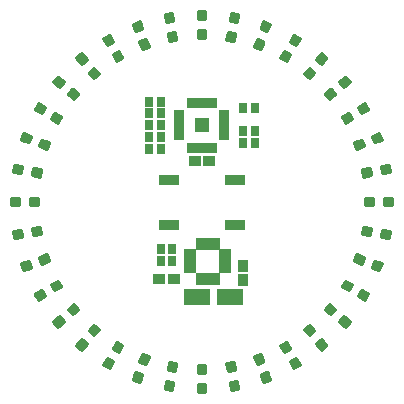
<source format=gbr>
G04 EAGLE Gerber RS-274X export*
G75*
%MOMM*%
%FSLAX34Y34*%
%LPD*%
%INSoldermask Top*%
%IPPOS*%
%AMOC8*
5,1,8,0,0,1.08239X$1,22.5*%
G01*
%ADD10R,1.128200X0.943200*%
%ADD11R,0.803200X0.903200*%
%ADD12R,1.203200X1.203200*%
%ADD13R,0.503200X0.853200*%
%ADD14R,0.853200X0.503200*%
%ADD15C,0.379344*%
%ADD16R,0.976000X0.473200*%
%ADD17R,0.473200X0.976000*%
%ADD18R,2.203200X1.403200*%
%ADD19R,0.943200X1.128200*%
%ADD20R,1.727200X0.965200*%


D10*
X146000Y105000D03*
X134000Y105000D03*
D11*
X145000Y120000D03*
X135000Y120000D03*
D12*
X170000Y235000D03*
D13*
X180000Y254000D03*
D14*
X189000Y245000D03*
X189000Y240000D03*
X189000Y235000D03*
X189000Y230000D03*
X189000Y225000D03*
D13*
X180000Y216000D03*
X175000Y216000D03*
X170000Y216000D03*
X165000Y216000D03*
X160000Y216000D03*
D14*
X151000Y225000D03*
X151000Y230000D03*
X151000Y235000D03*
X151000Y240000D03*
X151000Y245000D03*
D13*
X175000Y254000D03*
X170000Y254000D03*
X165000Y254000D03*
X160000Y254000D03*
D15*
X307413Y191570D02*
X313183Y192587D01*
X307413Y191570D02*
X306503Y196729D01*
X312273Y197746D01*
X313183Y192587D01*
X312727Y195173D02*
X306777Y195173D01*
X323169Y194348D02*
X328939Y195365D01*
X323169Y194348D02*
X322259Y199507D01*
X328029Y200524D01*
X328939Y195365D01*
X328483Y197951D02*
X322533Y197951D01*
D16*
X160218Y127500D03*
X160218Y122500D03*
X160218Y117500D03*
X160218Y112500D03*
D17*
X167500Y105218D03*
X172500Y105218D03*
X177500Y105218D03*
X182500Y105218D03*
D16*
X189782Y112500D03*
X189782Y117500D03*
X189782Y122500D03*
X189782Y127500D03*
D17*
X182500Y134782D03*
X177500Y134782D03*
X172500Y134782D03*
X167500Y134782D03*
D18*
X194000Y90000D03*
X166000Y90000D03*
D19*
X205000Y104000D03*
X205000Y116000D03*
D11*
X145000Y130000D03*
X135000Y130000D03*
X205000Y230000D03*
X215000Y230000D03*
D20*
X142060Y189050D03*
X197940Y189050D03*
X142060Y150950D03*
X197940Y150950D03*
D10*
X176000Y205000D03*
X164000Y205000D03*
D15*
X314823Y225498D02*
X320329Y227503D01*
X322121Y222580D01*
X316615Y220575D01*
X314823Y225498D01*
X315303Y224178D02*
X321539Y224178D01*
X305293Y222031D02*
X299787Y220026D01*
X305293Y222031D02*
X307085Y217108D01*
X301579Y215103D01*
X299787Y220026D01*
X300267Y218706D02*
X306503Y218706D01*
X296823Y240197D02*
X291749Y237267D01*
X289129Y241803D01*
X294203Y244733D01*
X296823Y240197D01*
X296434Y240870D02*
X289668Y240870D01*
X293753Y244473D02*
X294353Y244473D01*
X305605Y245267D02*
X310679Y248197D01*
X305605Y245267D02*
X302985Y249803D01*
X308059Y252733D01*
X310679Y248197D01*
X310290Y248870D02*
X303524Y248870D01*
X307609Y252473D02*
X308209Y252473D01*
X291595Y275450D02*
X287107Y271683D01*
X291595Y275450D02*
X294963Y271437D01*
X290475Y267670D01*
X287107Y271683D01*
X287451Y271273D02*
X294768Y271273D01*
X292077Y274876D02*
X290911Y274876D01*
X279339Y265166D02*
X274851Y261399D01*
X279339Y265166D02*
X282707Y261153D01*
X278219Y257386D01*
X274851Y261399D01*
X275195Y260989D02*
X282512Y260989D01*
X279821Y264592D02*
X278655Y264592D01*
X265166Y279339D02*
X261399Y274851D01*
X257386Y278219D01*
X261153Y282707D01*
X265166Y279339D01*
X264423Y278454D02*
X257583Y278454D01*
X260607Y282057D02*
X261927Y282057D01*
X271683Y287107D02*
X275450Y291595D01*
X271683Y287107D02*
X267670Y290475D01*
X271437Y294963D01*
X275450Y291595D01*
X274707Y290710D02*
X267867Y290710D01*
X270891Y294313D02*
X272211Y294313D01*
X248197Y310679D02*
X245267Y305605D01*
X248197Y310679D02*
X252733Y308059D01*
X249803Y302985D01*
X245267Y305605D01*
X245835Y306588D02*
X251884Y306588D01*
X249042Y310191D02*
X247915Y310191D01*
X240197Y296823D02*
X237267Y291749D01*
X240197Y296823D02*
X244733Y294203D01*
X241803Y289129D01*
X237267Y291749D01*
X237835Y292732D02*
X243884Y292732D01*
X241042Y296335D02*
X239915Y296335D01*
X222031Y305293D02*
X220026Y299787D01*
X215103Y301579D01*
X217108Y307085D01*
X222031Y305293D01*
X221338Y303390D02*
X215762Y303390D01*
X217074Y306993D02*
X217361Y306993D01*
X225498Y314823D02*
X227503Y320329D01*
X225498Y314823D02*
X220575Y316615D01*
X222580Y322121D01*
X227503Y320329D01*
X226810Y318426D02*
X221234Y318426D01*
X222546Y322029D02*
X222833Y322029D01*
X195365Y328939D02*
X194348Y323169D01*
X195365Y328939D02*
X200524Y328029D01*
X199507Y322259D01*
X194348Y323169D01*
X194823Y325862D02*
X200142Y325862D01*
X192587Y313183D02*
X191570Y307413D01*
X192587Y313183D02*
X197746Y312273D01*
X196729Y306503D01*
X191570Y307413D01*
X192045Y310106D02*
X197364Y310106D01*
X172620Y309070D02*
X172620Y314930D01*
X172620Y309070D02*
X167380Y309070D01*
X167380Y314930D01*
X172620Y314930D01*
X172620Y312673D02*
X167380Y312673D01*
X172620Y325070D02*
X172620Y330930D01*
X172620Y325070D02*
X167380Y325070D01*
X167380Y330930D01*
X172620Y330930D01*
X172620Y328673D02*
X167380Y328673D01*
X140493Y322259D02*
X139476Y328029D01*
X144635Y328939D01*
X145652Y323169D01*
X140493Y322259D01*
X139858Y325862D02*
X145177Y325862D01*
X142254Y312273D02*
X143271Y306503D01*
X142254Y312273D02*
X147413Y313183D01*
X148430Y307413D01*
X143271Y306503D01*
X142636Y310106D02*
X147955Y310106D01*
X124897Y301579D02*
X122892Y307085D01*
X124897Y301579D02*
X119974Y299787D01*
X117969Y305293D01*
X122892Y307085D01*
X124238Y303390D02*
X118662Y303390D01*
X122639Y306993D02*
X122926Y306993D01*
X119425Y316615D02*
X117420Y322121D01*
X119425Y316615D02*
X114502Y314823D01*
X112497Y320329D01*
X117420Y322121D01*
X118766Y318426D02*
X113190Y318426D01*
X117167Y322029D02*
X117454Y322029D01*
X90197Y302985D02*
X87267Y308059D01*
X91803Y310679D01*
X94733Y305605D01*
X90197Y302985D01*
X88116Y306588D02*
X94165Y306588D01*
X92085Y310191D02*
X90958Y310191D01*
X95267Y294203D02*
X98197Y289129D01*
X95267Y294203D02*
X99803Y296823D01*
X102733Y291749D01*
X98197Y289129D01*
X96116Y292732D02*
X102165Y292732D01*
X100085Y296335D02*
X98958Y296335D01*
X78847Y282707D02*
X82614Y278219D01*
X78601Y274851D01*
X74834Y279339D01*
X78847Y282707D01*
X75577Y278454D02*
X82417Y278454D01*
X79393Y282057D02*
X78073Y282057D01*
X72330Y290475D02*
X68563Y294963D01*
X72330Y290475D02*
X68317Y287107D01*
X64550Y291595D01*
X68563Y294963D01*
X65293Y290710D02*
X72133Y290710D01*
X69109Y294313D02*
X67789Y294313D01*
X45037Y271437D02*
X49525Y267670D01*
X45037Y271437D02*
X48405Y275450D01*
X52893Y271683D01*
X49525Y267670D01*
X52549Y271273D02*
X45232Y271273D01*
X47923Y274876D02*
X49089Y274876D01*
X57293Y261153D02*
X61781Y257386D01*
X57293Y261153D02*
X60661Y265166D01*
X65149Y261399D01*
X61781Y257386D01*
X64805Y260989D02*
X57488Y260989D01*
X60179Y264592D02*
X61345Y264592D01*
X50871Y241803D02*
X45797Y244733D01*
X50871Y241803D02*
X48251Y237267D01*
X43177Y240197D01*
X45797Y244733D01*
X43566Y240870D02*
X50332Y240870D01*
X46247Y244473D02*
X45647Y244473D01*
X37015Y249803D02*
X31941Y252733D01*
X37015Y249803D02*
X34395Y245267D01*
X29321Y248197D01*
X31941Y252733D01*
X29710Y248870D02*
X36476Y248870D01*
X32391Y252473D02*
X31791Y252473D01*
X17879Y222580D02*
X23385Y220575D01*
X17879Y222580D02*
X19671Y227503D01*
X25177Y225498D01*
X23385Y220575D01*
X24697Y224178D02*
X18461Y224178D01*
X32915Y217108D02*
X38421Y215103D01*
X32915Y217108D02*
X34707Y222031D01*
X40213Y220026D01*
X38421Y215103D01*
X39733Y218706D02*
X33497Y218706D01*
X27727Y197746D02*
X33497Y196729D01*
X32587Y191570D01*
X26817Y192587D01*
X27727Y197746D01*
X27273Y195173D02*
X33223Y195173D01*
X17741Y199507D02*
X11971Y200524D01*
X17741Y199507D02*
X16831Y194348D01*
X11061Y195365D01*
X11971Y200524D01*
X11517Y197951D02*
X17467Y197951D01*
X14930Y167380D02*
X9070Y167380D01*
X9070Y172620D01*
X14930Y172620D01*
X14930Y167380D01*
X14930Y170983D02*
X9070Y170983D01*
X25070Y167380D02*
X30930Y167380D01*
X25070Y167380D02*
X25070Y172620D01*
X30930Y172620D01*
X30930Y167380D01*
X30930Y170983D02*
X25070Y170983D01*
X26817Y147413D02*
X32587Y148430D01*
X33497Y143271D01*
X27727Y142254D01*
X26817Y147413D01*
X27091Y145857D02*
X33041Y145857D01*
X16831Y145652D02*
X11061Y144635D01*
X16831Y145652D02*
X17741Y140493D01*
X11971Y139476D01*
X11061Y144635D01*
X11335Y143079D02*
X17285Y143079D01*
X25177Y114502D02*
X19671Y112497D01*
X17879Y117420D01*
X23385Y119425D01*
X25177Y114502D01*
X24595Y116100D02*
X18359Y116100D01*
X34707Y117969D02*
X40213Y119974D01*
X34707Y117969D02*
X32915Y122892D01*
X38421Y124897D01*
X40213Y119974D01*
X39631Y121572D02*
X33395Y121572D01*
X43177Y99803D02*
X48251Y102733D01*
X50871Y98197D01*
X45797Y95267D01*
X43177Y99803D01*
X43716Y98870D02*
X50482Y98870D01*
X48401Y102473D02*
X47801Y102473D01*
X34395Y94733D02*
X29321Y91803D01*
X34395Y94733D02*
X37015Y90197D01*
X31941Y87267D01*
X29321Y91803D01*
X29860Y90870D02*
X36626Y90870D01*
X34545Y94473D02*
X33945Y94473D01*
X52893Y68317D02*
X48405Y64550D01*
X45037Y68563D01*
X49525Y72330D01*
X52893Y68317D01*
X52698Y68153D02*
X45381Y68153D01*
X48841Y71756D02*
X50007Y71756D01*
X60661Y74834D02*
X65149Y78601D01*
X60661Y74834D02*
X57293Y78847D01*
X61781Y82614D01*
X65149Y78601D01*
X64954Y78437D02*
X57637Y78437D01*
X61097Y82040D02*
X62263Y82040D01*
X78601Y65149D02*
X74834Y60661D01*
X78601Y65149D02*
X82614Y61781D01*
X78847Y57293D01*
X74834Y60661D01*
X75031Y60896D02*
X81871Y60896D01*
X79375Y64499D02*
X78055Y64499D01*
X68317Y52893D02*
X64550Y48405D01*
X68317Y52893D02*
X72330Y49525D01*
X68563Y45037D01*
X64550Y48405D01*
X64747Y48640D02*
X71587Y48640D01*
X69091Y52243D02*
X67771Y52243D01*
X94733Y34395D02*
X91803Y29321D01*
X87267Y31941D01*
X90197Y37015D01*
X94733Y34395D01*
X93884Y32924D02*
X87835Y32924D01*
X89915Y36527D02*
X91042Y36527D01*
X99803Y43177D02*
X102733Y48251D01*
X99803Y43177D02*
X95267Y45797D01*
X98197Y50871D01*
X102733Y48251D01*
X101884Y46780D02*
X95835Y46780D01*
X97915Y50383D02*
X99042Y50383D01*
X119974Y40213D02*
X117969Y34707D01*
X119974Y40213D02*
X124897Y38421D01*
X122892Y32915D01*
X117969Y34707D01*
X118628Y36518D02*
X124204Y36518D01*
X120227Y40121D02*
X119940Y40121D01*
X114502Y25177D02*
X112497Y19671D01*
X114502Y25177D02*
X119425Y23385D01*
X117420Y17879D01*
X112497Y19671D01*
X113156Y21482D02*
X118732Y21482D01*
X114755Y25085D02*
X114468Y25085D01*
X145652Y16831D02*
X144635Y11061D01*
X139476Y11971D01*
X140493Y17741D01*
X145652Y16831D01*
X145270Y14664D02*
X139951Y14664D01*
X147413Y26817D02*
X148430Y32587D01*
X147413Y26817D02*
X142254Y27727D01*
X143271Y33497D01*
X148430Y32587D01*
X148048Y30420D02*
X142729Y30420D01*
X167380Y30930D02*
X167380Y25070D01*
X167380Y30930D02*
X172620Y30930D01*
X172620Y25070D01*
X167380Y25070D01*
X167380Y28673D02*
X172620Y28673D01*
X167380Y14930D02*
X167380Y9070D01*
X167380Y14930D02*
X172620Y14930D01*
X172620Y9070D01*
X167380Y9070D01*
X167380Y12673D02*
X172620Y12673D01*
X199507Y17741D02*
X200524Y11971D01*
X195365Y11061D01*
X194348Y16831D01*
X199507Y17741D01*
X200049Y14664D02*
X194730Y14664D01*
X197746Y27727D02*
X196729Y33497D01*
X197746Y27727D02*
X192587Y26817D01*
X191570Y32587D01*
X196729Y33497D01*
X197271Y30420D02*
X191952Y30420D01*
X215103Y38421D02*
X217108Y32915D01*
X215103Y38421D02*
X220026Y40213D01*
X222031Y34707D01*
X217108Y32915D01*
X215796Y36518D02*
X221372Y36518D01*
X220060Y40121D02*
X219773Y40121D01*
X220575Y23385D02*
X222580Y17879D01*
X220575Y23385D02*
X225498Y25177D01*
X227503Y19671D01*
X222580Y17879D01*
X221268Y21482D02*
X226844Y21482D01*
X225532Y25085D02*
X225245Y25085D01*
X249803Y37015D02*
X252733Y31941D01*
X248197Y29321D01*
X245267Y34395D01*
X249803Y37015D01*
X252165Y32924D02*
X246116Y32924D01*
X248958Y36527D02*
X250085Y36527D01*
X244733Y45797D02*
X241803Y50871D01*
X244733Y45797D02*
X240197Y43177D01*
X237267Y48251D01*
X241803Y50871D01*
X244165Y46780D02*
X238116Y46780D01*
X240958Y50383D02*
X242085Y50383D01*
X257386Y61781D02*
X261153Y57293D01*
X257386Y61781D02*
X261399Y65149D01*
X265166Y60661D01*
X261153Y57293D01*
X258129Y60896D02*
X264969Y60896D01*
X261945Y64499D02*
X260625Y64499D01*
X267670Y49525D02*
X271437Y45037D01*
X267670Y49525D02*
X271683Y52893D01*
X275450Y48405D01*
X271437Y45037D01*
X268413Y48640D02*
X275253Y48640D01*
X272229Y52243D02*
X270909Y52243D01*
X290475Y72330D02*
X294963Y68563D01*
X291595Y64550D01*
X287107Y68317D01*
X290475Y72330D01*
X287302Y68153D02*
X294619Y68153D01*
X291159Y71756D02*
X289993Y71756D01*
X282707Y78847D02*
X278219Y82614D01*
X282707Y78847D02*
X279339Y74834D01*
X274851Y78601D01*
X278219Y82614D01*
X275046Y78437D02*
X282363Y78437D01*
X278903Y82040D02*
X277737Y82040D01*
X289129Y98197D02*
X294203Y95267D01*
X289129Y98197D02*
X291749Y102733D01*
X296823Y99803D01*
X294203Y95267D01*
X296284Y98870D02*
X289518Y98870D01*
X291599Y102473D02*
X292199Y102473D01*
X302985Y90197D02*
X308059Y87267D01*
X302985Y90197D02*
X305605Y94733D01*
X310679Y91803D01*
X308059Y87267D01*
X310140Y90870D02*
X303374Y90870D01*
X305455Y94473D02*
X306055Y94473D01*
X316615Y119425D02*
X322121Y117420D01*
X320329Y112497D01*
X314823Y114502D01*
X316615Y119425D01*
X315405Y116100D02*
X321641Y116100D01*
X307085Y122892D02*
X301579Y124897D01*
X307085Y122892D02*
X305293Y117969D01*
X299787Y119974D01*
X301579Y124897D01*
X300369Y121572D02*
X306605Y121572D01*
X312273Y142254D02*
X306503Y143271D01*
X307413Y148430D01*
X313183Y147413D01*
X312273Y142254D01*
X312909Y145857D02*
X306959Y145857D01*
X322259Y140493D02*
X328029Y139476D01*
X322259Y140493D02*
X323169Y145652D01*
X328939Y144635D01*
X328029Y139476D01*
X328665Y143079D02*
X322715Y143079D01*
X325070Y172620D02*
X330930Y172620D01*
X330930Y167380D01*
X325070Y167380D01*
X325070Y172620D01*
X325070Y170983D02*
X330930Y170983D01*
X314930Y172620D02*
X309070Y172620D01*
X314930Y172620D02*
X314930Y167380D01*
X309070Y167380D01*
X309070Y172620D01*
X309070Y170983D02*
X314930Y170983D01*
D11*
X125000Y255000D03*
X135000Y255000D03*
X125000Y245000D03*
X135000Y245000D03*
X125000Y235000D03*
X135000Y235000D03*
X125000Y225000D03*
X135000Y225000D03*
X125000Y215000D03*
X135000Y215000D03*
X215000Y220000D03*
X205000Y220000D03*
X215000Y250000D03*
X205000Y250000D03*
M02*

</source>
